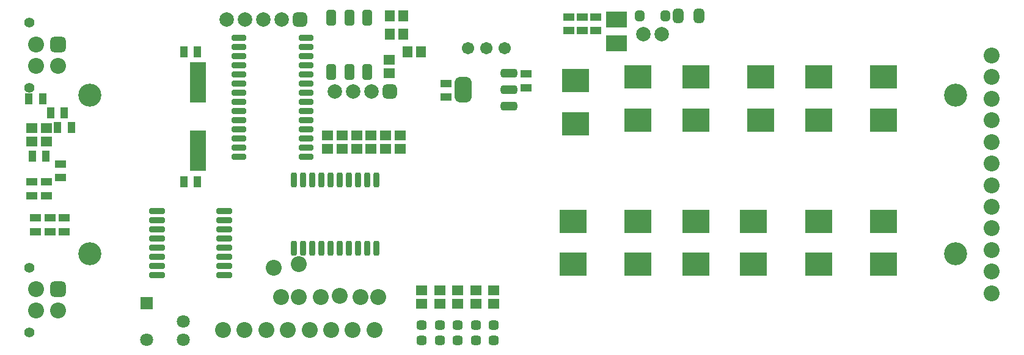
<source format=gts>
G04*
G04 #@! TF.GenerationSoftware,Altium Limited,Altium Designer,22.11.1 (43)*
G04*
G04 Layer_Color=8388736*
%FSLAX44Y44*%
%MOMM*%
G71*
G04*
G04 #@! TF.SameCoordinates,096F9F2E-17F2-48AE-9279-630666160F90*
G04*
G04*
G04 #@! TF.FilePolarity,Negative*
G04*
G01*
G75*
%ADD34R,1.5532X1.3532*%
%ADD35C,2.2032*%
G04:AMPARAMS|DCode=36|XSize=0.8032mm|YSize=2.1032mm|CornerRadius=0.2516mm|HoleSize=0mm|Usage=FLASHONLY|Rotation=180.000|XOffset=0mm|YOffset=0mm|HoleType=Round|Shape=RoundedRectangle|*
%AMROUNDEDRECTD36*
21,1,0.8032,1.6000,0,0,180.0*
21,1,0.3000,2.1032,0,0,180.0*
1,1,0.5032,-0.1500,0.8000*
1,1,0.5032,0.1500,0.8000*
1,1,0.5032,0.1500,-0.8000*
1,1,0.5032,-0.1500,-0.8000*
%
%ADD36ROUNDEDRECTD36*%
G04:AMPARAMS|DCode=37|XSize=2.2032mm|YSize=1.4032mm|CornerRadius=0.4016mm|HoleSize=0mm|Usage=FLASHONLY|Rotation=90.000|XOffset=0mm|YOffset=0mm|HoleType=Round|Shape=RoundedRectangle|*
%AMROUNDEDRECTD37*
21,1,2.2032,0.6000,0,0,90.0*
21,1,1.4000,1.4032,0,0,90.0*
1,1,0.8032,0.3000,0.7000*
1,1,0.8032,0.3000,-0.7000*
1,1,0.8032,-0.3000,-0.7000*
1,1,0.8032,-0.3000,0.7000*
%
%ADD37ROUNDEDRECTD37*%
%ADD38R,1.3532X1.5532*%
G04:AMPARAMS|DCode=39|XSize=0.8032mm|YSize=2.2032mm|CornerRadius=0.2516mm|HoleSize=0mm|Usage=FLASHONLY|Rotation=270.000|XOffset=0mm|YOffset=0mm|HoleType=Round|Shape=RoundedRectangle|*
%AMROUNDEDRECTD39*
21,1,0.8032,1.7000,0,0,270.0*
21,1,0.3000,2.2032,0,0,270.0*
1,1,0.5032,-0.8500,-0.1500*
1,1,0.5032,-0.8500,0.1500*
1,1,0.5032,0.8500,0.1500*
1,1,0.5032,0.8500,-0.1500*
%
%ADD39ROUNDEDRECTD39*%
G04:AMPARAMS|DCode=40|XSize=0.8032mm|YSize=2.0532mm|CornerRadius=0.2516mm|HoleSize=0mm|Usage=FLASHONLY|Rotation=90.000|XOffset=0mm|YOffset=0mm|HoleType=Round|Shape=RoundedRectangle|*
%AMROUNDEDRECTD40*
21,1,0.8032,1.5500,0,0,90.0*
21,1,0.3000,2.0532,0,0,90.0*
1,1,0.5032,0.7750,0.1500*
1,1,0.5032,0.7750,-0.1500*
1,1,0.5032,-0.7750,-0.1500*
1,1,0.5032,-0.7750,0.1500*
%
%ADD40ROUNDEDRECTD40*%
%ADD41R,3.7032X3.2032*%
%ADD42R,1.1032X1.5032*%
%ADD43R,1.5032X1.1032*%
%ADD44R,2.2032X5.7032*%
%ADD45R,3.0032X2.2032*%
G04:AMPARAMS|DCode=46|XSize=1.5032mm|YSize=1.3032mm|CornerRadius=0.3766mm|HoleSize=0mm|Usage=FLASHONLY|Rotation=90.000|XOffset=0mm|YOffset=0mm|HoleType=Round|Shape=RoundedRectangle|*
%AMROUNDEDRECTD46*
21,1,1.5032,0.5500,0,0,90.0*
21,1,0.7500,1.3032,0,0,90.0*
1,1,0.7532,0.2750,0.3750*
1,1,0.7532,0.2750,-0.3750*
1,1,0.7532,-0.2750,-0.3750*
1,1,0.7532,-0.2750,0.3750*
%
%ADD46ROUNDEDRECTD46*%
G04:AMPARAMS|DCode=47|XSize=1.2032mm|YSize=2.3032mm|CornerRadius=0.3516mm|HoleSize=0mm|Usage=FLASHONLY|Rotation=270.000|XOffset=0mm|YOffset=0mm|HoleType=Round|Shape=RoundedRectangle|*
%AMROUNDEDRECTD47*
21,1,1.2032,1.6000,0,0,270.0*
21,1,0.5000,2.3032,0,0,270.0*
1,1,0.7032,-0.8000,-0.2500*
1,1,0.7032,-0.8000,0.2500*
1,1,0.7032,0.8000,0.2500*
1,1,0.7032,0.8000,-0.2500*
%
%ADD47ROUNDEDRECTD47*%
G04:AMPARAMS|DCode=48|XSize=3.5032mm|YSize=2.3032mm|CornerRadius=0.6266mm|HoleSize=0mm|Usage=FLASHONLY|Rotation=270.000|XOffset=0mm|YOffset=0mm|HoleType=Round|Shape=RoundedRectangle|*
%AMROUNDEDRECTD48*
21,1,3.5032,1.0500,0,0,270.0*
21,1,2.2500,2.3032,0,0,270.0*
1,1,1.2532,-0.5250,-1.1250*
1,1,1.2532,-0.5250,1.1250*
1,1,1.2532,0.5250,1.1250*
1,1,1.2532,0.5250,-1.1250*
%
%ADD48ROUNDEDRECTD48*%
G04:AMPARAMS|DCode=49|XSize=1.9532mm|YSize=1.4532mm|CornerRadius=0.4141mm|HoleSize=0mm|Usage=FLASHONLY|Rotation=270.000|XOffset=0mm|YOffset=0mm|HoleType=Round|Shape=RoundedRectangle|*
%AMROUNDEDRECTD49*
21,1,1.9532,0.6250,0,0,270.0*
21,1,1.1250,1.4532,0,0,270.0*
1,1,0.8282,-0.3125,-0.5625*
1,1,0.8282,-0.3125,0.5625*
1,1,0.8282,0.3125,0.5625*
1,1,0.8282,0.3125,-0.5625*
%
%ADD49ROUNDEDRECTD49*%
G04:AMPARAMS|DCode=50|XSize=1.4032mm|YSize=1.3032mm|CornerRadius=0.3766mm|HoleSize=0mm|Usage=FLASHONLY|Rotation=180.000|XOffset=0mm|YOffset=0mm|HoleType=Round|Shape=RoundedRectangle|*
%AMROUNDEDRECTD50*
21,1,1.4032,0.5500,0,0,180.0*
21,1,0.6500,1.3032,0,0,180.0*
1,1,0.7532,-0.3250,0.2750*
1,1,0.7532,0.3250,0.2750*
1,1,0.7532,0.3250,-0.2750*
1,1,0.7532,-0.3250,-0.2750*
%
%ADD50ROUNDEDRECTD50*%
%ADD51C,1.8032*%
%ADD52R,1.8032X1.8032*%
%ADD53C,2.0032*%
G04:AMPARAMS|DCode=54|XSize=2.0032mm|YSize=2.0032mm|CornerRadius=0.5516mm|HoleSize=0mm|Usage=FLASHONLY|Rotation=270.000|XOffset=0mm|YOffset=0mm|HoleType=Round|Shape=RoundedRectangle|*
%AMROUNDEDRECTD54*
21,1,2.0032,0.9000,0,0,270.0*
21,1,0.9000,2.0032,0,0,270.0*
1,1,1.1032,-0.4500,-0.4500*
1,1,1.1032,-0.4500,0.4500*
1,1,1.1032,0.4500,0.4500*
1,1,1.1032,0.4500,-0.4500*
%
%ADD54ROUNDEDRECTD54*%
%ADD55C,1.4032*%
G04:AMPARAMS|DCode=56|XSize=2.2032mm|YSize=2.2032mm|CornerRadius=0.6016mm|HoleSize=0mm|Usage=FLASHONLY|Rotation=180.000|XOffset=0mm|YOffset=0mm|HoleType=Round|Shape=RoundedRectangle|*
%AMROUNDEDRECTD56*
21,1,2.2032,1.0000,0,0,180.0*
21,1,1.0000,2.2032,0,0,180.0*
1,1,1.2032,-0.5000,0.5000*
1,1,1.2032,0.5000,0.5000*
1,1,1.2032,0.5000,-0.5000*
1,1,1.2032,-0.5000,-0.5000*
%
%ADD56ROUNDEDRECTD56*%
%ADD57C,3.2032*%
%ADD58C,1.7032*%
D34*
X440000Y309250D02*
D03*
Y290750D02*
D03*
X460000Y309250D02*
D03*
Y290750D02*
D03*
X525000Y395750D02*
D03*
Y414250D02*
D03*
X595000Y94250D02*
D03*
Y75750D02*
D03*
X570000Y94250D02*
D03*
Y75750D02*
D03*
X480000Y290750D02*
D03*
Y309250D02*
D03*
X500000Y290750D02*
D03*
Y309250D02*
D03*
X520000Y290750D02*
D03*
Y309250D02*
D03*
X540000Y290750D02*
D03*
Y309250D02*
D03*
X30000Y300750D02*
D03*
Y319250D02*
D03*
X50000D02*
D03*
Y300750D02*
D03*
X670000Y94250D02*
D03*
Y75750D02*
D03*
X645000Y94250D02*
D03*
Y75750D02*
D03*
X620000D02*
D03*
Y94250D02*
D03*
D35*
X510000Y85000D02*
D03*
X485000D02*
D03*
X456350Y86110D02*
D03*
X430000Y85000D02*
D03*
X400000D02*
D03*
X375000D02*
D03*
X400000Y130000D02*
D03*
X365000Y125000D02*
D03*
X504640Y39370D02*
D03*
X474640D02*
D03*
X444640D02*
D03*
X414640D02*
D03*
X384640D02*
D03*
X354640D02*
D03*
X294640D02*
D03*
X324640D02*
D03*
X1360000Y420000D02*
D03*
Y390000D02*
D03*
Y360000D02*
D03*
Y330000D02*
D03*
Y300000D02*
D03*
Y270000D02*
D03*
Y240000D02*
D03*
Y210000D02*
D03*
Y180000D02*
D03*
Y150000D02*
D03*
Y90000D02*
D03*
Y120000D02*
D03*
X66000Y405290D02*
D03*
X36000D02*
D03*
Y435290D02*
D03*
Y95670D02*
D03*
X66000Y65670D02*
D03*
X36000D02*
D03*
D36*
X507150Y247500D02*
D03*
X494450D02*
D03*
X481750D02*
D03*
X469050D02*
D03*
X456350D02*
D03*
X443650D02*
D03*
X430950D02*
D03*
X418250D02*
D03*
X405550D02*
D03*
X392850D02*
D03*
X507150Y152500D02*
D03*
X494450D02*
D03*
X481750D02*
D03*
X469050D02*
D03*
X456350D02*
D03*
X443650D02*
D03*
X430950D02*
D03*
X418250D02*
D03*
X405550D02*
D03*
X392850D02*
D03*
D37*
X445000Y397500D02*
D03*
X470000D02*
D03*
X495000D02*
D03*
X445000Y472500D02*
D03*
X470000D02*
D03*
X495000D02*
D03*
D38*
X525750Y450000D02*
D03*
X544250D02*
D03*
X550750Y425000D02*
D03*
X569250D02*
D03*
X525750Y475000D02*
D03*
X544250D02*
D03*
D39*
X203500Y179050D02*
D03*
Y191750D02*
D03*
Y166350D02*
D03*
Y204450D02*
D03*
Y153650D02*
D03*
X296500Y204450D02*
D03*
Y191750D02*
D03*
Y153650D02*
D03*
Y140950D02*
D03*
Y179050D02*
D03*
Y166350D02*
D03*
X203500Y140950D02*
D03*
Y128250D02*
D03*
Y115550D02*
D03*
X296500Y128250D02*
D03*
Y115550D02*
D03*
D40*
X410000Y279200D02*
D03*
Y291900D02*
D03*
Y304600D02*
D03*
Y317300D02*
D03*
Y330000D02*
D03*
Y342700D02*
D03*
Y355400D02*
D03*
Y368100D02*
D03*
Y380800D02*
D03*
Y393500D02*
D03*
Y406200D02*
D03*
Y418900D02*
D03*
Y431600D02*
D03*
Y444300D02*
D03*
X316500Y279200D02*
D03*
Y291900D02*
D03*
Y304600D02*
D03*
Y317300D02*
D03*
Y330000D02*
D03*
Y342700D02*
D03*
Y355400D02*
D03*
Y368100D02*
D03*
Y380800D02*
D03*
Y393500D02*
D03*
Y406200D02*
D03*
Y418900D02*
D03*
Y431600D02*
D03*
Y444300D02*
D03*
D41*
X780000Y190000D02*
D03*
Y130000D02*
D03*
X870000D02*
D03*
Y190000D02*
D03*
X950000Y130000D02*
D03*
Y190000D02*
D03*
X1030000Y130000D02*
D03*
Y190000D02*
D03*
X1120000Y130000D02*
D03*
Y190000D02*
D03*
X1210000Y130000D02*
D03*
Y190000D02*
D03*
Y330000D02*
D03*
Y390000D02*
D03*
X1120000Y330000D02*
D03*
Y390000D02*
D03*
X1040000Y330000D02*
D03*
Y390000D02*
D03*
X950000Y330000D02*
D03*
Y390000D02*
D03*
X783483Y324920D02*
D03*
Y384920D02*
D03*
X870000Y330000D02*
D03*
Y390000D02*
D03*
D42*
X45000Y360000D02*
D03*
X26000D02*
D03*
X84500Y320000D02*
D03*
X65500D02*
D03*
X49500Y280000D02*
D03*
X30500D02*
D03*
X75000Y340000D02*
D03*
X56000D02*
D03*
X259500Y245000D02*
D03*
X240500D02*
D03*
X259500Y425000D02*
D03*
X240500D02*
D03*
D43*
X30000Y225500D02*
D03*
Y244500D02*
D03*
X50000Y225500D02*
D03*
Y244500D02*
D03*
X75000Y194500D02*
D03*
Y175500D02*
D03*
X55000Y194500D02*
D03*
Y175500D02*
D03*
X35000Y194500D02*
D03*
Y175500D02*
D03*
X70000Y250500D02*
D03*
Y269500D02*
D03*
X774367Y454590D02*
D03*
Y473590D02*
D03*
X792993Y454590D02*
D03*
Y473590D02*
D03*
X811620Y454590D02*
D03*
Y473590D02*
D03*
X603510Y381010D02*
D03*
Y362010D02*
D03*
X715000Y394500D02*
D03*
Y375500D02*
D03*
D44*
X260000Y287500D02*
D03*
Y382500D02*
D03*
D45*
X840000Y470000D02*
D03*
Y436500D02*
D03*
D46*
X872500Y475000D02*
D03*
X907500D02*
D03*
D47*
X690890Y349780D02*
D03*
Y395780D02*
D03*
Y372780D02*
D03*
D48*
X627890D02*
D03*
D49*
X954250Y475000D02*
D03*
X925750D02*
D03*
D50*
X670000Y24500D02*
D03*
Y45500D02*
D03*
X645000Y24500D02*
D03*
Y45500D02*
D03*
X570000D02*
D03*
Y24500D02*
D03*
X595000Y45500D02*
D03*
Y24500D02*
D03*
X620000Y45500D02*
D03*
Y24500D02*
D03*
D51*
X240000Y25000D02*
D03*
Y50400D02*
D03*
X189200Y25000D02*
D03*
D52*
Y75800D02*
D03*
D53*
X299600Y470000D02*
D03*
X325000D02*
D03*
X350400D02*
D03*
X375800D02*
D03*
X449600Y370000D02*
D03*
X475000D02*
D03*
X500400D02*
D03*
X902700Y450000D02*
D03*
X877300D02*
D03*
D54*
X401200Y470000D02*
D03*
X525800Y370000D02*
D03*
D55*
X26600Y375290D02*
D03*
Y465290D02*
D03*
Y125670D02*
D03*
Y35670D02*
D03*
D56*
X66000Y435290D02*
D03*
Y95670D02*
D03*
D57*
X1310000Y365000D02*
D03*
Y145000D02*
D03*
X110000Y365000D02*
D03*
Y145000D02*
D03*
D58*
X685400Y430000D02*
D03*
X634600D02*
D03*
X660000D02*
D03*
M02*

</source>
